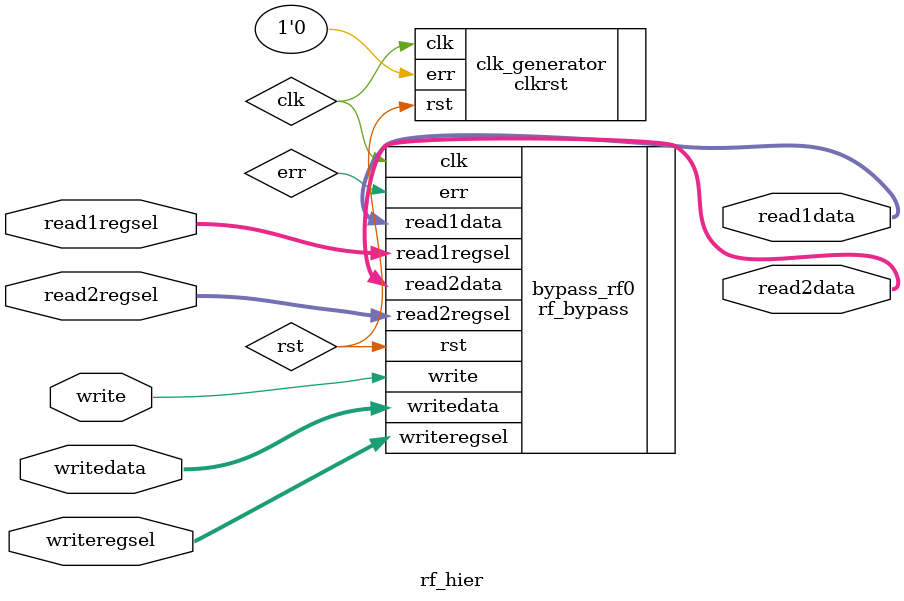
<source format=v>
module rf_hier (
   // Outputs
   read1data, read2data, 
   // Inputs
   read1regsel, read2regsel, writeregsel, writedata, write
   );
   input [2:0] read1regsel;
   input [2:0] read2regsel;
   input [2:0] writeregsel;
   input [15:0] writedata;
   input        write;

   output [15:0] read1data;
   output [15:0] read2data;

   wire clk, rst;

   // Ignore err for now
   clkrst clk_generator(.clk(clk), .rst(rst), .err(1'b0) );
   rf_bypass bypass_rf0(
          // Outputs
          .read1data                    (read1data[15:0]),
          .read2data                    (read2data[15:0]),
          .err                          (err),
          // Inputs
          .clk                          (clk),
          .rst                          (rst),
          .read1regsel                  (read1regsel[2:0]),
          .read2regsel                  (read2regsel[2:0]),
          .writeregsel                  (writeregsel[2:0]),
          .writedata                    (writedata[15:0]),
          .write                        (write));

endmodule


</source>
